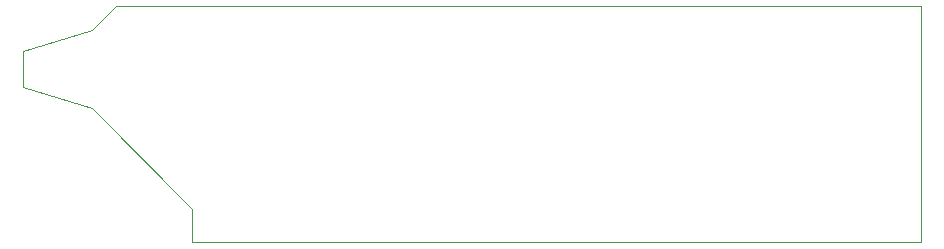
<source format=gbr>
%TF.GenerationSoftware,Altium Limited,Altium Designer,18.1.11 (251)*%
G04 Layer_Color=16711935*
%FSLAX26Y26*%
%MOIN*%
%TF.FileFunction,Other,Mechanical_1*%
%TF.Part,Single*%
G01*
G75*
%TA.AperFunction,NonConductor*%
%ADD81C,0.003937*%
D81*
X228347Y448819D02*
X563976Y113189D01*
Y0D02*
Y113189D01*
X228346Y706693D02*
X309055Y787402D01*
X0Y518701D02*
X228347Y448819D01*
X0Y636811D02*
X228346Y706693D01*
X0Y518701D02*
Y636811D01*
X309055Y787402D02*
X2992126Y787402D01*
X563976Y0D02*
X2992126Y0D01*
Y787402D01*
%TF.MD5,4ff181520f82db439907dc92002e37e3*%
M02*

</source>
